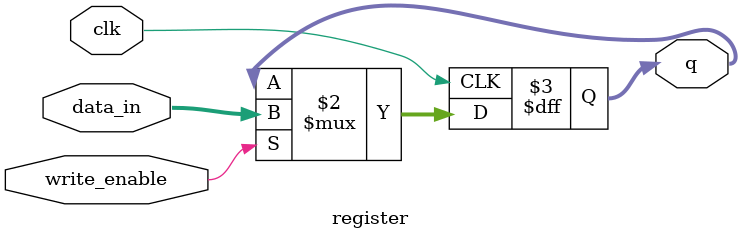
<source format=v>
module register #(
	parameter N = 8
)(
   // Control
	input wire clk,
	input wire write_enable,
	// Data
	input wire [N-1:0] data_in,
	output reg [N-1:0]  q
);

always @(posedge clk) begin
    q <= (write_enable) ? data_in : q;
end

endmodule
</source>
